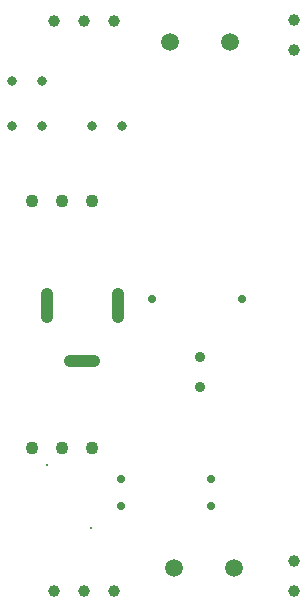
<source format=gbr>
%TF.GenerationSoftware,KiCad,Pcbnew,9.0.6*%
%TF.CreationDate,2025-12-27T14:43:41+05:30*%
%TF.ProjectId,PCB NEW FOR breD BOARD SUPPLY,50434220-4e45-4572-9046-4f5220627265,rev?*%
%TF.SameCoordinates,Original*%
%TF.FileFunction,Plated,1,2,PTH,Mixed*%
%TF.FilePolarity,Positive*%
%FSLAX46Y46*%
G04 Gerber Fmt 4.6, Leading zero omitted, Abs format (unit mm)*
G04 Created by KiCad (PCBNEW 9.0.6) date 2025-12-27 14:43:41*
%MOMM*%
%LPD*%
G01*
G04 APERTURE LIST*
%TA.AperFunction,ViaDrill*%
%ADD10C,0.300000*%
%TD*%
%TA.AperFunction,ComponentDrill*%
%ADD11C,0.700000*%
%TD*%
%TA.AperFunction,ComponentDrill*%
%ADD12C,0.800000*%
%TD*%
%TA.AperFunction,ComponentDrill*%
%ADD13C,0.900000*%
%TD*%
G04 aperture for slot hole*
%TA.AperFunction,ComponentDrill*%
%ADD14C,1.000000*%
%TD*%
%TA.AperFunction,ComponentDrill*%
%ADD15C,1.000000*%
%TD*%
%TA.AperFunction,ComponentDrill*%
%ADD16C,1.100000*%
%TD*%
%TA.AperFunction,ComponentDrill*%
%ADD17C,1.520000*%
%TD*%
G04 APERTURE END LIST*
D10*
X139125000Y-92231000D03*
X142850000Y-97550000D03*
D11*
%TO.C,R3*%
X145325000Y-95700000D03*
%TO.C,R1*%
X145350000Y-93450000D03*
%TO.C,R2*%
X148025000Y-78225000D03*
%TO.C,R3*%
X152945000Y-95700000D03*
%TO.C,R1*%
X152970000Y-93450000D03*
%TO.C,R2*%
X155645000Y-78225000D03*
D12*
%TO.C,C3*%
X136135000Y-59690000D03*
%TO.C,C1*%
X136135000Y-63500000D03*
%TO.C,C3*%
X138635000Y-59690000D03*
%TO.C,C1*%
X138635000Y-63500000D03*
%TO.C,C2*%
X142915000Y-63500000D03*
X145415000Y-63500000D03*
D13*
%TO.C,D1*%
X152025000Y-83085000D03*
X152025000Y-85625000D03*
D14*
%TO.C,J6*%
X139065000Y-79740000D02*
X139065000Y-77740000D01*
D15*
%TO.C,J4*%
X139700000Y-54610000D03*
%TO.C,J3*%
X139700000Y-102870000D03*
D14*
%TO.C,J6*%
X143065000Y-83440000D02*
X141065000Y-83440000D01*
D15*
%TO.C,J4*%
X142240000Y-54610000D03*
%TO.C,J3*%
X142240000Y-102870000D03*
%TO.C,J4*%
X144780000Y-54610000D03*
%TO.C,J3*%
X144780000Y-102870000D03*
D14*
%TO.C,J6*%
X145065000Y-79740000D02*
X145065000Y-77740000D01*
D15*
%TO.C,J1*%
X160020000Y-54605000D03*
X160020000Y-57145000D03*
%TO.C,J2*%
X160020000Y-100330000D03*
X160020000Y-102870000D03*
D16*
%TO.C,U2*%
X137795000Y-69850000D03*
%TO.C,U1*%
X137795000Y-90805000D03*
%TO.C,U2*%
X140335000Y-69850000D03*
%TO.C,U1*%
X140335000Y-90805000D03*
%TO.C,U2*%
X142875000Y-69850000D03*
%TO.C,U1*%
X142875000Y-90805000D03*
D17*
%TO.C,J5*%
X149500000Y-56425000D03*
%TO.C,J7*%
X149860000Y-100965000D03*
%TO.C,J5*%
X154580000Y-56425000D03*
%TO.C,J7*%
X154940000Y-100965000D03*
M02*

</source>
